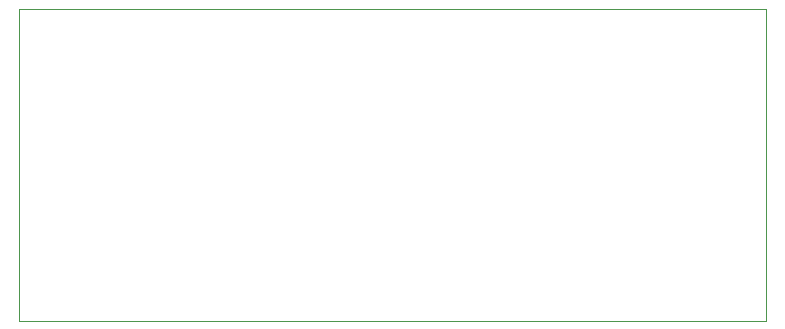
<source format=gm1>
G04 #@! TF.GenerationSoftware,KiCad,Pcbnew,(7.0.0)*
G04 #@! TF.CreationDate,2023-06-02T20:53:43-06:00*
G04 #@! TF.ProjectId,WatchDogV4-CAP,57617463-6844-46f6-9756-342d4341502e,rev?*
G04 #@! TF.SameCoordinates,Original*
G04 #@! TF.FileFunction,Profile,NP*
%FSLAX46Y46*%
G04 Gerber Fmt 4.6, Leading zero omitted, Abs format (unit mm)*
G04 Created by KiCad (PCBNEW (7.0.0)) date 2023-06-02 20:53:43*
%MOMM*%
%LPD*%
G01*
G04 APERTURE LIST*
G04 #@! TA.AperFunction,Profile*
%ADD10C,0.100000*%
G04 #@! TD*
G04 APERTURE END LIST*
D10*
X64516000Y-40132000D02*
X127762000Y-40132000D01*
X127762000Y-40132000D02*
X127762000Y-66548000D01*
X127762000Y-66548000D02*
X64516000Y-66548000D01*
X64516000Y-66548000D02*
X64516000Y-40132000D01*
M02*

</source>
